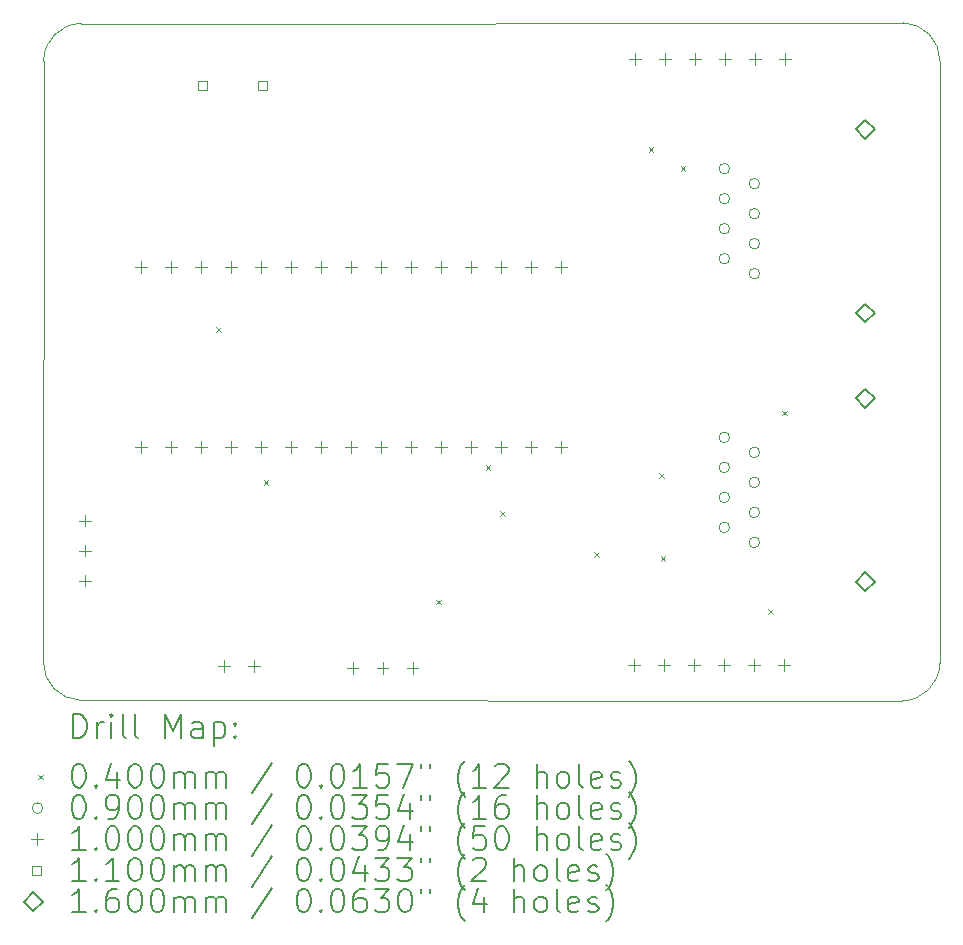
<source format=gbr>
%TF.GenerationSoftware,KiCad,Pcbnew,6.0.7-f9a2dced07~116~ubuntu22.04.1*%
%TF.CreationDate,2022-09-19T14:52:07-04:00*%
%TF.ProjectId,Main_Controller_PCB V0.1,4d61696e-5f43-46f6-9e74-726f6c6c6572,rev?*%
%TF.SameCoordinates,Original*%
%TF.FileFunction,Drillmap*%
%TF.FilePolarity,Positive*%
%FSLAX45Y45*%
G04 Gerber Fmt 4.5, Leading zero omitted, Abs format (unit mm)*
G04 Created by KiCad (PCBNEW 6.0.7-f9a2dced07~116~ubuntu22.04.1) date 2022-09-19 14:52:07*
%MOMM*%
%LPD*%
G01*
G04 APERTURE LIST*
%ADD10C,0.100000*%
%ADD11C,0.200000*%
%ADD12C,0.040000*%
%ADD13C,0.090000*%
%ADD14C,0.110000*%
%ADD15C,0.160000*%
G04 APERTURE END LIST*
D10*
X19775000Y-7265000D02*
X19775000Y-12365000D01*
X19455000Y-12685000D02*
X12495000Y-12680000D01*
X12186274Y-7271274D02*
X12185000Y-12360000D01*
X12184999Y-12360000D02*
G75*
G03*
X12495000Y-12680000I320161J0D01*
G01*
X19455000Y-12685000D02*
G75*
G03*
X19775000Y-12365000I0J320000D01*
G01*
X19465000Y-6945000D02*
X12506274Y-6951274D01*
X19775001Y-7265000D02*
G75*
G03*
X19465000Y-6945000I-320161J0D01*
G01*
X12506274Y-6951274D02*
G75*
G03*
X12186274Y-7271274I-4J-319996D01*
G01*
D11*
D12*
X13650000Y-9520000D02*
X13690000Y-9560000D01*
X13690000Y-9520000D02*
X13650000Y-9560000D01*
X14050000Y-10820000D02*
X14090000Y-10860000D01*
X14090000Y-10820000D02*
X14050000Y-10860000D01*
X15510000Y-11830000D02*
X15550000Y-11870000D01*
X15550000Y-11830000D02*
X15510000Y-11870000D01*
X15930000Y-10687550D02*
X15970000Y-10727550D01*
X15970000Y-10687550D02*
X15930000Y-10727550D01*
X16050000Y-11080000D02*
X16090000Y-11120000D01*
X16090000Y-11080000D02*
X16050000Y-11120000D01*
X16850000Y-11430000D02*
X16890000Y-11470000D01*
X16890000Y-11430000D02*
X16850000Y-11470000D01*
X17310000Y-8000000D02*
X17350000Y-8040000D01*
X17350000Y-8000000D02*
X17310000Y-8040000D01*
X17400000Y-10760000D02*
X17440000Y-10800000D01*
X17440000Y-10760000D02*
X17400000Y-10800000D01*
X17410000Y-11460000D02*
X17450000Y-11500000D01*
X17450000Y-11460000D02*
X17410000Y-11500000D01*
X17580000Y-8160000D02*
X17620000Y-8200000D01*
X17620000Y-8160000D02*
X17580000Y-8200000D01*
X18320000Y-11910000D02*
X18360000Y-11950000D01*
X18360000Y-11910000D02*
X18320000Y-11950000D01*
X18440000Y-10230000D02*
X18480000Y-10270000D01*
X18480000Y-10230000D02*
X18440000Y-10270000D01*
D13*
X17995500Y-8180500D02*
G75*
G03*
X17995500Y-8180500I-45000J0D01*
G01*
X17995500Y-8434500D02*
G75*
G03*
X17995500Y-8434500I-45000J0D01*
G01*
X17995500Y-8688500D02*
G75*
G03*
X17995500Y-8688500I-45000J0D01*
G01*
X17995500Y-8942500D02*
G75*
G03*
X17995500Y-8942500I-45000J0D01*
G01*
X17995500Y-10455500D02*
G75*
G03*
X17995500Y-10455500I-45000J0D01*
G01*
X17995500Y-10709500D02*
G75*
G03*
X17995500Y-10709500I-45000J0D01*
G01*
X17995500Y-10963500D02*
G75*
G03*
X17995500Y-10963500I-45000J0D01*
G01*
X17995500Y-11217500D02*
G75*
G03*
X17995500Y-11217500I-45000J0D01*
G01*
X18249500Y-8307500D02*
G75*
G03*
X18249500Y-8307500I-45000J0D01*
G01*
X18249500Y-8561500D02*
G75*
G03*
X18249500Y-8561500I-45000J0D01*
G01*
X18249500Y-8815500D02*
G75*
G03*
X18249500Y-8815500I-45000J0D01*
G01*
X18249500Y-9069500D02*
G75*
G03*
X18249500Y-9069500I-45000J0D01*
G01*
X18249500Y-10582500D02*
G75*
G03*
X18249500Y-10582500I-45000J0D01*
G01*
X18249500Y-10836500D02*
G75*
G03*
X18249500Y-10836500I-45000J0D01*
G01*
X18249500Y-11090500D02*
G75*
G03*
X18249500Y-11090500I-45000J0D01*
G01*
X18249500Y-11344500D02*
G75*
G03*
X18249500Y-11344500I-45000J0D01*
G01*
D10*
X12535000Y-11109500D02*
X12535000Y-11209500D01*
X12485000Y-11159500D02*
X12585000Y-11159500D01*
X12535000Y-11363500D02*
X12535000Y-11463500D01*
X12485000Y-11413500D02*
X12585000Y-11413500D01*
X12535000Y-11617500D02*
X12535000Y-11717500D01*
X12485000Y-11667500D02*
X12585000Y-11667500D01*
X13009000Y-8964000D02*
X13009000Y-9064000D01*
X12959000Y-9014000D02*
X13059000Y-9014000D01*
X13009000Y-10488000D02*
X13009000Y-10588000D01*
X12959000Y-10538000D02*
X13059000Y-10538000D01*
X13263000Y-8964000D02*
X13263000Y-9064000D01*
X13213000Y-9014000D02*
X13313000Y-9014000D01*
X13263000Y-10488000D02*
X13263000Y-10588000D01*
X13213000Y-10538000D02*
X13313000Y-10538000D01*
X13517000Y-8964000D02*
X13517000Y-9064000D01*
X13467000Y-9014000D02*
X13567000Y-9014000D01*
X13517000Y-10488000D02*
X13517000Y-10588000D01*
X13467000Y-10538000D02*
X13567000Y-10538000D01*
X13711000Y-12340000D02*
X13711000Y-12440000D01*
X13661000Y-12390000D02*
X13761000Y-12390000D01*
X13771000Y-8964000D02*
X13771000Y-9064000D01*
X13721000Y-9014000D02*
X13821000Y-9014000D01*
X13771000Y-10488000D02*
X13771000Y-10588000D01*
X13721000Y-10538000D02*
X13821000Y-10538000D01*
X13965000Y-12340000D02*
X13965000Y-12440000D01*
X13915000Y-12390000D02*
X14015000Y-12390000D01*
X14025000Y-8964000D02*
X14025000Y-9064000D01*
X13975000Y-9014000D02*
X14075000Y-9014000D01*
X14025000Y-10488000D02*
X14025000Y-10588000D01*
X13975000Y-10538000D02*
X14075000Y-10538000D01*
X14279000Y-8964000D02*
X14279000Y-9064000D01*
X14229000Y-9014000D02*
X14329000Y-9014000D01*
X14279000Y-10488000D02*
X14279000Y-10588000D01*
X14229000Y-10538000D02*
X14329000Y-10538000D01*
X14533000Y-8964000D02*
X14533000Y-9064000D01*
X14483000Y-9014000D02*
X14583000Y-9014000D01*
X14533000Y-10488000D02*
X14533000Y-10588000D01*
X14483000Y-10538000D02*
X14583000Y-10538000D01*
X14787000Y-8964000D02*
X14787000Y-9064000D01*
X14737000Y-9014000D02*
X14837000Y-9014000D01*
X14787000Y-10488000D02*
X14787000Y-10588000D01*
X14737000Y-10538000D02*
X14837000Y-10538000D01*
X14802500Y-12355000D02*
X14802500Y-12455000D01*
X14752500Y-12405000D02*
X14852500Y-12405000D01*
X15041000Y-8964000D02*
X15041000Y-9064000D01*
X14991000Y-9014000D02*
X15091000Y-9014000D01*
X15041000Y-10488000D02*
X15041000Y-10588000D01*
X14991000Y-10538000D02*
X15091000Y-10538000D01*
X15056500Y-12355000D02*
X15056500Y-12455000D01*
X15006500Y-12405000D02*
X15106500Y-12405000D01*
X15295000Y-8964000D02*
X15295000Y-9064000D01*
X15245000Y-9014000D02*
X15345000Y-9014000D01*
X15295000Y-10488000D02*
X15295000Y-10588000D01*
X15245000Y-10538000D02*
X15345000Y-10538000D01*
X15310500Y-12355000D02*
X15310500Y-12455000D01*
X15260500Y-12405000D02*
X15360500Y-12405000D01*
X15549000Y-8964000D02*
X15549000Y-9064000D01*
X15499000Y-9014000D02*
X15599000Y-9014000D01*
X15549000Y-10488000D02*
X15549000Y-10588000D01*
X15499000Y-10538000D02*
X15599000Y-10538000D01*
X15803000Y-8964000D02*
X15803000Y-9064000D01*
X15753000Y-9014000D02*
X15853000Y-9014000D01*
X15803000Y-10488000D02*
X15803000Y-10588000D01*
X15753000Y-10538000D02*
X15853000Y-10538000D01*
X16057000Y-8964000D02*
X16057000Y-9064000D01*
X16007000Y-9014000D02*
X16107000Y-9014000D01*
X16057000Y-10488000D02*
X16057000Y-10588000D01*
X16007000Y-10538000D02*
X16107000Y-10538000D01*
X16311000Y-8964000D02*
X16311000Y-9064000D01*
X16261000Y-9014000D02*
X16361000Y-9014000D01*
X16311000Y-10488000D02*
X16311000Y-10588000D01*
X16261000Y-10538000D02*
X16361000Y-10538000D01*
X16565000Y-8964000D02*
X16565000Y-9064000D01*
X16515000Y-9014000D02*
X16615000Y-9014000D01*
X16565000Y-10488000D02*
X16565000Y-10588000D01*
X16515000Y-10538000D02*
X16615000Y-10538000D01*
X17185000Y-12330000D02*
X17185000Y-12430000D01*
X17135000Y-12380000D02*
X17235000Y-12380000D01*
X17195000Y-7205000D02*
X17195000Y-7305000D01*
X17145000Y-7255000D02*
X17245000Y-7255000D01*
X17439000Y-12330000D02*
X17439000Y-12430000D01*
X17389000Y-12380000D02*
X17489000Y-12380000D01*
X17449000Y-7205000D02*
X17449000Y-7305000D01*
X17399000Y-7255000D02*
X17499000Y-7255000D01*
X17693000Y-12330000D02*
X17693000Y-12430000D01*
X17643000Y-12380000D02*
X17743000Y-12380000D01*
X17703000Y-7205000D02*
X17703000Y-7305000D01*
X17653000Y-7255000D02*
X17753000Y-7255000D01*
X17947000Y-12330000D02*
X17947000Y-12430000D01*
X17897000Y-12380000D02*
X17997000Y-12380000D01*
X17957000Y-7205000D02*
X17957000Y-7305000D01*
X17907000Y-7255000D02*
X18007000Y-7255000D01*
X18201000Y-12330000D02*
X18201000Y-12430000D01*
X18151000Y-12380000D02*
X18251000Y-12380000D01*
X18211000Y-7205000D02*
X18211000Y-7305000D01*
X18161000Y-7255000D02*
X18261000Y-7255000D01*
X18455000Y-12330000D02*
X18455000Y-12430000D01*
X18405000Y-12380000D02*
X18505000Y-12380000D01*
X18465000Y-7205000D02*
X18465000Y-7305000D01*
X18415000Y-7255000D02*
X18515000Y-7255000D01*
D14*
X13569891Y-7513891D02*
X13569891Y-7436109D01*
X13492109Y-7436109D01*
X13492109Y-7513891D01*
X13569891Y-7513891D01*
X14077891Y-7513891D02*
X14077891Y-7436109D01*
X14000109Y-7436109D01*
X14000109Y-7513891D01*
X14077891Y-7513891D01*
D15*
X19144500Y-7928000D02*
X19224500Y-7848000D01*
X19144500Y-7768000D01*
X19064500Y-7848000D01*
X19144500Y-7928000D01*
X19144500Y-9482000D02*
X19224500Y-9402000D01*
X19144500Y-9322000D01*
X19064500Y-9402000D01*
X19144500Y-9482000D01*
X19144500Y-10203000D02*
X19224500Y-10123000D01*
X19144500Y-10043000D01*
X19064500Y-10123000D01*
X19144500Y-10203000D01*
X19144500Y-11757000D02*
X19224500Y-11677000D01*
X19144500Y-11597000D01*
X19064500Y-11677000D01*
X19144500Y-11757000D01*
D11*
X12437619Y-13000476D02*
X12437619Y-12800476D01*
X12485238Y-12800476D01*
X12513809Y-12810000D01*
X12532857Y-12829048D01*
X12542381Y-12848095D01*
X12551905Y-12886190D01*
X12551905Y-12914762D01*
X12542381Y-12952857D01*
X12532857Y-12971905D01*
X12513809Y-12990952D01*
X12485238Y-13000476D01*
X12437619Y-13000476D01*
X12637619Y-13000476D02*
X12637619Y-12867143D01*
X12637619Y-12905238D02*
X12647143Y-12886190D01*
X12656667Y-12876667D01*
X12675714Y-12867143D01*
X12694762Y-12867143D01*
X12761428Y-13000476D02*
X12761428Y-12867143D01*
X12761428Y-12800476D02*
X12751905Y-12810000D01*
X12761428Y-12819524D01*
X12770952Y-12810000D01*
X12761428Y-12800476D01*
X12761428Y-12819524D01*
X12885238Y-13000476D02*
X12866190Y-12990952D01*
X12856667Y-12971905D01*
X12856667Y-12800476D01*
X12990000Y-13000476D02*
X12970952Y-12990952D01*
X12961428Y-12971905D01*
X12961428Y-12800476D01*
X13218571Y-13000476D02*
X13218571Y-12800476D01*
X13285238Y-12943333D01*
X13351905Y-12800476D01*
X13351905Y-13000476D01*
X13532857Y-13000476D02*
X13532857Y-12895714D01*
X13523333Y-12876667D01*
X13504286Y-12867143D01*
X13466190Y-12867143D01*
X13447143Y-12876667D01*
X13532857Y-12990952D02*
X13513809Y-13000476D01*
X13466190Y-13000476D01*
X13447143Y-12990952D01*
X13437619Y-12971905D01*
X13437619Y-12952857D01*
X13447143Y-12933809D01*
X13466190Y-12924286D01*
X13513809Y-12924286D01*
X13532857Y-12914762D01*
X13628095Y-12867143D02*
X13628095Y-13067143D01*
X13628095Y-12876667D02*
X13647143Y-12867143D01*
X13685238Y-12867143D01*
X13704286Y-12876667D01*
X13713809Y-12886190D01*
X13723333Y-12905238D01*
X13723333Y-12962381D01*
X13713809Y-12981428D01*
X13704286Y-12990952D01*
X13685238Y-13000476D01*
X13647143Y-13000476D01*
X13628095Y-12990952D01*
X13809048Y-12981428D02*
X13818571Y-12990952D01*
X13809048Y-13000476D01*
X13799524Y-12990952D01*
X13809048Y-12981428D01*
X13809048Y-13000476D01*
X13809048Y-12876667D02*
X13818571Y-12886190D01*
X13809048Y-12895714D01*
X13799524Y-12886190D01*
X13809048Y-12876667D01*
X13809048Y-12895714D01*
D12*
X12140000Y-13310000D02*
X12180000Y-13350000D01*
X12180000Y-13310000D02*
X12140000Y-13350000D01*
D11*
X12475714Y-13220476D02*
X12494762Y-13220476D01*
X12513809Y-13230000D01*
X12523333Y-13239524D01*
X12532857Y-13258571D01*
X12542381Y-13296667D01*
X12542381Y-13344286D01*
X12532857Y-13382381D01*
X12523333Y-13401428D01*
X12513809Y-13410952D01*
X12494762Y-13420476D01*
X12475714Y-13420476D01*
X12456667Y-13410952D01*
X12447143Y-13401428D01*
X12437619Y-13382381D01*
X12428095Y-13344286D01*
X12428095Y-13296667D01*
X12437619Y-13258571D01*
X12447143Y-13239524D01*
X12456667Y-13230000D01*
X12475714Y-13220476D01*
X12628095Y-13401428D02*
X12637619Y-13410952D01*
X12628095Y-13420476D01*
X12618571Y-13410952D01*
X12628095Y-13401428D01*
X12628095Y-13420476D01*
X12809048Y-13287143D02*
X12809048Y-13420476D01*
X12761428Y-13210952D02*
X12713809Y-13353809D01*
X12837619Y-13353809D01*
X12951905Y-13220476D02*
X12970952Y-13220476D01*
X12990000Y-13230000D01*
X12999524Y-13239524D01*
X13009048Y-13258571D01*
X13018571Y-13296667D01*
X13018571Y-13344286D01*
X13009048Y-13382381D01*
X12999524Y-13401428D01*
X12990000Y-13410952D01*
X12970952Y-13420476D01*
X12951905Y-13420476D01*
X12932857Y-13410952D01*
X12923333Y-13401428D01*
X12913809Y-13382381D01*
X12904286Y-13344286D01*
X12904286Y-13296667D01*
X12913809Y-13258571D01*
X12923333Y-13239524D01*
X12932857Y-13230000D01*
X12951905Y-13220476D01*
X13142381Y-13220476D02*
X13161428Y-13220476D01*
X13180476Y-13230000D01*
X13190000Y-13239524D01*
X13199524Y-13258571D01*
X13209048Y-13296667D01*
X13209048Y-13344286D01*
X13199524Y-13382381D01*
X13190000Y-13401428D01*
X13180476Y-13410952D01*
X13161428Y-13420476D01*
X13142381Y-13420476D01*
X13123333Y-13410952D01*
X13113809Y-13401428D01*
X13104286Y-13382381D01*
X13094762Y-13344286D01*
X13094762Y-13296667D01*
X13104286Y-13258571D01*
X13113809Y-13239524D01*
X13123333Y-13230000D01*
X13142381Y-13220476D01*
X13294762Y-13420476D02*
X13294762Y-13287143D01*
X13294762Y-13306190D02*
X13304286Y-13296667D01*
X13323333Y-13287143D01*
X13351905Y-13287143D01*
X13370952Y-13296667D01*
X13380476Y-13315714D01*
X13380476Y-13420476D01*
X13380476Y-13315714D02*
X13390000Y-13296667D01*
X13409048Y-13287143D01*
X13437619Y-13287143D01*
X13456667Y-13296667D01*
X13466190Y-13315714D01*
X13466190Y-13420476D01*
X13561428Y-13420476D02*
X13561428Y-13287143D01*
X13561428Y-13306190D02*
X13570952Y-13296667D01*
X13590000Y-13287143D01*
X13618571Y-13287143D01*
X13637619Y-13296667D01*
X13647143Y-13315714D01*
X13647143Y-13420476D01*
X13647143Y-13315714D02*
X13656667Y-13296667D01*
X13675714Y-13287143D01*
X13704286Y-13287143D01*
X13723333Y-13296667D01*
X13732857Y-13315714D01*
X13732857Y-13420476D01*
X14123333Y-13210952D02*
X13951905Y-13468095D01*
X14380476Y-13220476D02*
X14399524Y-13220476D01*
X14418571Y-13230000D01*
X14428095Y-13239524D01*
X14437619Y-13258571D01*
X14447143Y-13296667D01*
X14447143Y-13344286D01*
X14437619Y-13382381D01*
X14428095Y-13401428D01*
X14418571Y-13410952D01*
X14399524Y-13420476D01*
X14380476Y-13420476D01*
X14361428Y-13410952D01*
X14351905Y-13401428D01*
X14342381Y-13382381D01*
X14332857Y-13344286D01*
X14332857Y-13296667D01*
X14342381Y-13258571D01*
X14351905Y-13239524D01*
X14361428Y-13230000D01*
X14380476Y-13220476D01*
X14532857Y-13401428D02*
X14542381Y-13410952D01*
X14532857Y-13420476D01*
X14523333Y-13410952D01*
X14532857Y-13401428D01*
X14532857Y-13420476D01*
X14666190Y-13220476D02*
X14685238Y-13220476D01*
X14704286Y-13230000D01*
X14713809Y-13239524D01*
X14723333Y-13258571D01*
X14732857Y-13296667D01*
X14732857Y-13344286D01*
X14723333Y-13382381D01*
X14713809Y-13401428D01*
X14704286Y-13410952D01*
X14685238Y-13420476D01*
X14666190Y-13420476D01*
X14647143Y-13410952D01*
X14637619Y-13401428D01*
X14628095Y-13382381D01*
X14618571Y-13344286D01*
X14618571Y-13296667D01*
X14628095Y-13258571D01*
X14637619Y-13239524D01*
X14647143Y-13230000D01*
X14666190Y-13220476D01*
X14923333Y-13420476D02*
X14809048Y-13420476D01*
X14866190Y-13420476D02*
X14866190Y-13220476D01*
X14847143Y-13249048D01*
X14828095Y-13268095D01*
X14809048Y-13277619D01*
X15104286Y-13220476D02*
X15009048Y-13220476D01*
X14999524Y-13315714D01*
X15009048Y-13306190D01*
X15028095Y-13296667D01*
X15075714Y-13296667D01*
X15094762Y-13306190D01*
X15104286Y-13315714D01*
X15113809Y-13334762D01*
X15113809Y-13382381D01*
X15104286Y-13401428D01*
X15094762Y-13410952D01*
X15075714Y-13420476D01*
X15028095Y-13420476D01*
X15009048Y-13410952D01*
X14999524Y-13401428D01*
X15180476Y-13220476D02*
X15313809Y-13220476D01*
X15228095Y-13420476D01*
X15380476Y-13220476D02*
X15380476Y-13258571D01*
X15456667Y-13220476D02*
X15456667Y-13258571D01*
X15751905Y-13496667D02*
X15742381Y-13487143D01*
X15723333Y-13458571D01*
X15713809Y-13439524D01*
X15704286Y-13410952D01*
X15694762Y-13363333D01*
X15694762Y-13325238D01*
X15704286Y-13277619D01*
X15713809Y-13249048D01*
X15723333Y-13230000D01*
X15742381Y-13201428D01*
X15751905Y-13191905D01*
X15932857Y-13420476D02*
X15818571Y-13420476D01*
X15875714Y-13420476D02*
X15875714Y-13220476D01*
X15856667Y-13249048D01*
X15837619Y-13268095D01*
X15818571Y-13277619D01*
X16009048Y-13239524D02*
X16018571Y-13230000D01*
X16037619Y-13220476D01*
X16085238Y-13220476D01*
X16104286Y-13230000D01*
X16113809Y-13239524D01*
X16123333Y-13258571D01*
X16123333Y-13277619D01*
X16113809Y-13306190D01*
X15999524Y-13420476D01*
X16123333Y-13420476D01*
X16361428Y-13420476D02*
X16361428Y-13220476D01*
X16447143Y-13420476D02*
X16447143Y-13315714D01*
X16437619Y-13296667D01*
X16418571Y-13287143D01*
X16390000Y-13287143D01*
X16370952Y-13296667D01*
X16361428Y-13306190D01*
X16570952Y-13420476D02*
X16551905Y-13410952D01*
X16542381Y-13401428D01*
X16532857Y-13382381D01*
X16532857Y-13325238D01*
X16542381Y-13306190D01*
X16551905Y-13296667D01*
X16570952Y-13287143D01*
X16599524Y-13287143D01*
X16618571Y-13296667D01*
X16628095Y-13306190D01*
X16637619Y-13325238D01*
X16637619Y-13382381D01*
X16628095Y-13401428D01*
X16618571Y-13410952D01*
X16599524Y-13420476D01*
X16570952Y-13420476D01*
X16751905Y-13420476D02*
X16732857Y-13410952D01*
X16723333Y-13391905D01*
X16723333Y-13220476D01*
X16904286Y-13410952D02*
X16885238Y-13420476D01*
X16847143Y-13420476D01*
X16828095Y-13410952D01*
X16818571Y-13391905D01*
X16818571Y-13315714D01*
X16828095Y-13296667D01*
X16847143Y-13287143D01*
X16885238Y-13287143D01*
X16904286Y-13296667D01*
X16913810Y-13315714D01*
X16913810Y-13334762D01*
X16818571Y-13353809D01*
X16990000Y-13410952D02*
X17009048Y-13420476D01*
X17047143Y-13420476D01*
X17066190Y-13410952D01*
X17075714Y-13391905D01*
X17075714Y-13382381D01*
X17066190Y-13363333D01*
X17047143Y-13353809D01*
X17018571Y-13353809D01*
X16999524Y-13344286D01*
X16990000Y-13325238D01*
X16990000Y-13315714D01*
X16999524Y-13296667D01*
X17018571Y-13287143D01*
X17047143Y-13287143D01*
X17066190Y-13296667D01*
X17142381Y-13496667D02*
X17151905Y-13487143D01*
X17170952Y-13458571D01*
X17180476Y-13439524D01*
X17190000Y-13410952D01*
X17199524Y-13363333D01*
X17199524Y-13325238D01*
X17190000Y-13277619D01*
X17180476Y-13249048D01*
X17170952Y-13230000D01*
X17151905Y-13201428D01*
X17142381Y-13191905D01*
D13*
X12180000Y-13594000D02*
G75*
G03*
X12180000Y-13594000I-45000J0D01*
G01*
D11*
X12475714Y-13484476D02*
X12494762Y-13484476D01*
X12513809Y-13494000D01*
X12523333Y-13503524D01*
X12532857Y-13522571D01*
X12542381Y-13560667D01*
X12542381Y-13608286D01*
X12532857Y-13646381D01*
X12523333Y-13665428D01*
X12513809Y-13674952D01*
X12494762Y-13684476D01*
X12475714Y-13684476D01*
X12456667Y-13674952D01*
X12447143Y-13665428D01*
X12437619Y-13646381D01*
X12428095Y-13608286D01*
X12428095Y-13560667D01*
X12437619Y-13522571D01*
X12447143Y-13503524D01*
X12456667Y-13494000D01*
X12475714Y-13484476D01*
X12628095Y-13665428D02*
X12637619Y-13674952D01*
X12628095Y-13684476D01*
X12618571Y-13674952D01*
X12628095Y-13665428D01*
X12628095Y-13684476D01*
X12732857Y-13684476D02*
X12770952Y-13684476D01*
X12790000Y-13674952D01*
X12799524Y-13665428D01*
X12818571Y-13636857D01*
X12828095Y-13598762D01*
X12828095Y-13522571D01*
X12818571Y-13503524D01*
X12809048Y-13494000D01*
X12790000Y-13484476D01*
X12751905Y-13484476D01*
X12732857Y-13494000D01*
X12723333Y-13503524D01*
X12713809Y-13522571D01*
X12713809Y-13570190D01*
X12723333Y-13589238D01*
X12732857Y-13598762D01*
X12751905Y-13608286D01*
X12790000Y-13608286D01*
X12809048Y-13598762D01*
X12818571Y-13589238D01*
X12828095Y-13570190D01*
X12951905Y-13484476D02*
X12970952Y-13484476D01*
X12990000Y-13494000D01*
X12999524Y-13503524D01*
X13009048Y-13522571D01*
X13018571Y-13560667D01*
X13018571Y-13608286D01*
X13009048Y-13646381D01*
X12999524Y-13665428D01*
X12990000Y-13674952D01*
X12970952Y-13684476D01*
X12951905Y-13684476D01*
X12932857Y-13674952D01*
X12923333Y-13665428D01*
X12913809Y-13646381D01*
X12904286Y-13608286D01*
X12904286Y-13560667D01*
X12913809Y-13522571D01*
X12923333Y-13503524D01*
X12932857Y-13494000D01*
X12951905Y-13484476D01*
X13142381Y-13484476D02*
X13161428Y-13484476D01*
X13180476Y-13494000D01*
X13190000Y-13503524D01*
X13199524Y-13522571D01*
X13209048Y-13560667D01*
X13209048Y-13608286D01*
X13199524Y-13646381D01*
X13190000Y-13665428D01*
X13180476Y-13674952D01*
X13161428Y-13684476D01*
X13142381Y-13684476D01*
X13123333Y-13674952D01*
X13113809Y-13665428D01*
X13104286Y-13646381D01*
X13094762Y-13608286D01*
X13094762Y-13560667D01*
X13104286Y-13522571D01*
X13113809Y-13503524D01*
X13123333Y-13494000D01*
X13142381Y-13484476D01*
X13294762Y-13684476D02*
X13294762Y-13551143D01*
X13294762Y-13570190D02*
X13304286Y-13560667D01*
X13323333Y-13551143D01*
X13351905Y-13551143D01*
X13370952Y-13560667D01*
X13380476Y-13579714D01*
X13380476Y-13684476D01*
X13380476Y-13579714D02*
X13390000Y-13560667D01*
X13409048Y-13551143D01*
X13437619Y-13551143D01*
X13456667Y-13560667D01*
X13466190Y-13579714D01*
X13466190Y-13684476D01*
X13561428Y-13684476D02*
X13561428Y-13551143D01*
X13561428Y-13570190D02*
X13570952Y-13560667D01*
X13590000Y-13551143D01*
X13618571Y-13551143D01*
X13637619Y-13560667D01*
X13647143Y-13579714D01*
X13647143Y-13684476D01*
X13647143Y-13579714D02*
X13656667Y-13560667D01*
X13675714Y-13551143D01*
X13704286Y-13551143D01*
X13723333Y-13560667D01*
X13732857Y-13579714D01*
X13732857Y-13684476D01*
X14123333Y-13474952D02*
X13951905Y-13732095D01*
X14380476Y-13484476D02*
X14399524Y-13484476D01*
X14418571Y-13494000D01*
X14428095Y-13503524D01*
X14437619Y-13522571D01*
X14447143Y-13560667D01*
X14447143Y-13608286D01*
X14437619Y-13646381D01*
X14428095Y-13665428D01*
X14418571Y-13674952D01*
X14399524Y-13684476D01*
X14380476Y-13684476D01*
X14361428Y-13674952D01*
X14351905Y-13665428D01*
X14342381Y-13646381D01*
X14332857Y-13608286D01*
X14332857Y-13560667D01*
X14342381Y-13522571D01*
X14351905Y-13503524D01*
X14361428Y-13494000D01*
X14380476Y-13484476D01*
X14532857Y-13665428D02*
X14542381Y-13674952D01*
X14532857Y-13684476D01*
X14523333Y-13674952D01*
X14532857Y-13665428D01*
X14532857Y-13684476D01*
X14666190Y-13484476D02*
X14685238Y-13484476D01*
X14704286Y-13494000D01*
X14713809Y-13503524D01*
X14723333Y-13522571D01*
X14732857Y-13560667D01*
X14732857Y-13608286D01*
X14723333Y-13646381D01*
X14713809Y-13665428D01*
X14704286Y-13674952D01*
X14685238Y-13684476D01*
X14666190Y-13684476D01*
X14647143Y-13674952D01*
X14637619Y-13665428D01*
X14628095Y-13646381D01*
X14618571Y-13608286D01*
X14618571Y-13560667D01*
X14628095Y-13522571D01*
X14637619Y-13503524D01*
X14647143Y-13494000D01*
X14666190Y-13484476D01*
X14799524Y-13484476D02*
X14923333Y-13484476D01*
X14856667Y-13560667D01*
X14885238Y-13560667D01*
X14904286Y-13570190D01*
X14913809Y-13579714D01*
X14923333Y-13598762D01*
X14923333Y-13646381D01*
X14913809Y-13665428D01*
X14904286Y-13674952D01*
X14885238Y-13684476D01*
X14828095Y-13684476D01*
X14809048Y-13674952D01*
X14799524Y-13665428D01*
X15104286Y-13484476D02*
X15009048Y-13484476D01*
X14999524Y-13579714D01*
X15009048Y-13570190D01*
X15028095Y-13560667D01*
X15075714Y-13560667D01*
X15094762Y-13570190D01*
X15104286Y-13579714D01*
X15113809Y-13598762D01*
X15113809Y-13646381D01*
X15104286Y-13665428D01*
X15094762Y-13674952D01*
X15075714Y-13684476D01*
X15028095Y-13684476D01*
X15009048Y-13674952D01*
X14999524Y-13665428D01*
X15285238Y-13551143D02*
X15285238Y-13684476D01*
X15237619Y-13474952D02*
X15190000Y-13617809D01*
X15313809Y-13617809D01*
X15380476Y-13484476D02*
X15380476Y-13522571D01*
X15456667Y-13484476D02*
X15456667Y-13522571D01*
X15751905Y-13760667D02*
X15742381Y-13751143D01*
X15723333Y-13722571D01*
X15713809Y-13703524D01*
X15704286Y-13674952D01*
X15694762Y-13627333D01*
X15694762Y-13589238D01*
X15704286Y-13541619D01*
X15713809Y-13513048D01*
X15723333Y-13494000D01*
X15742381Y-13465428D01*
X15751905Y-13455905D01*
X15932857Y-13684476D02*
X15818571Y-13684476D01*
X15875714Y-13684476D02*
X15875714Y-13484476D01*
X15856667Y-13513048D01*
X15837619Y-13532095D01*
X15818571Y-13541619D01*
X16104286Y-13484476D02*
X16066190Y-13484476D01*
X16047143Y-13494000D01*
X16037619Y-13503524D01*
X16018571Y-13532095D01*
X16009048Y-13570190D01*
X16009048Y-13646381D01*
X16018571Y-13665428D01*
X16028095Y-13674952D01*
X16047143Y-13684476D01*
X16085238Y-13684476D01*
X16104286Y-13674952D01*
X16113809Y-13665428D01*
X16123333Y-13646381D01*
X16123333Y-13598762D01*
X16113809Y-13579714D01*
X16104286Y-13570190D01*
X16085238Y-13560667D01*
X16047143Y-13560667D01*
X16028095Y-13570190D01*
X16018571Y-13579714D01*
X16009048Y-13598762D01*
X16361428Y-13684476D02*
X16361428Y-13484476D01*
X16447143Y-13684476D02*
X16447143Y-13579714D01*
X16437619Y-13560667D01*
X16418571Y-13551143D01*
X16390000Y-13551143D01*
X16370952Y-13560667D01*
X16361428Y-13570190D01*
X16570952Y-13684476D02*
X16551905Y-13674952D01*
X16542381Y-13665428D01*
X16532857Y-13646381D01*
X16532857Y-13589238D01*
X16542381Y-13570190D01*
X16551905Y-13560667D01*
X16570952Y-13551143D01*
X16599524Y-13551143D01*
X16618571Y-13560667D01*
X16628095Y-13570190D01*
X16637619Y-13589238D01*
X16637619Y-13646381D01*
X16628095Y-13665428D01*
X16618571Y-13674952D01*
X16599524Y-13684476D01*
X16570952Y-13684476D01*
X16751905Y-13684476D02*
X16732857Y-13674952D01*
X16723333Y-13655905D01*
X16723333Y-13484476D01*
X16904286Y-13674952D02*
X16885238Y-13684476D01*
X16847143Y-13684476D01*
X16828095Y-13674952D01*
X16818571Y-13655905D01*
X16818571Y-13579714D01*
X16828095Y-13560667D01*
X16847143Y-13551143D01*
X16885238Y-13551143D01*
X16904286Y-13560667D01*
X16913810Y-13579714D01*
X16913810Y-13598762D01*
X16818571Y-13617809D01*
X16990000Y-13674952D02*
X17009048Y-13684476D01*
X17047143Y-13684476D01*
X17066190Y-13674952D01*
X17075714Y-13655905D01*
X17075714Y-13646381D01*
X17066190Y-13627333D01*
X17047143Y-13617809D01*
X17018571Y-13617809D01*
X16999524Y-13608286D01*
X16990000Y-13589238D01*
X16990000Y-13579714D01*
X16999524Y-13560667D01*
X17018571Y-13551143D01*
X17047143Y-13551143D01*
X17066190Y-13560667D01*
X17142381Y-13760667D02*
X17151905Y-13751143D01*
X17170952Y-13722571D01*
X17180476Y-13703524D01*
X17190000Y-13674952D01*
X17199524Y-13627333D01*
X17199524Y-13589238D01*
X17190000Y-13541619D01*
X17180476Y-13513048D01*
X17170952Y-13494000D01*
X17151905Y-13465428D01*
X17142381Y-13455905D01*
D10*
X12130000Y-13808000D02*
X12130000Y-13908000D01*
X12080000Y-13858000D02*
X12180000Y-13858000D01*
D11*
X12542381Y-13948476D02*
X12428095Y-13948476D01*
X12485238Y-13948476D02*
X12485238Y-13748476D01*
X12466190Y-13777048D01*
X12447143Y-13796095D01*
X12428095Y-13805619D01*
X12628095Y-13929428D02*
X12637619Y-13938952D01*
X12628095Y-13948476D01*
X12618571Y-13938952D01*
X12628095Y-13929428D01*
X12628095Y-13948476D01*
X12761428Y-13748476D02*
X12780476Y-13748476D01*
X12799524Y-13758000D01*
X12809048Y-13767524D01*
X12818571Y-13786571D01*
X12828095Y-13824667D01*
X12828095Y-13872286D01*
X12818571Y-13910381D01*
X12809048Y-13929428D01*
X12799524Y-13938952D01*
X12780476Y-13948476D01*
X12761428Y-13948476D01*
X12742381Y-13938952D01*
X12732857Y-13929428D01*
X12723333Y-13910381D01*
X12713809Y-13872286D01*
X12713809Y-13824667D01*
X12723333Y-13786571D01*
X12732857Y-13767524D01*
X12742381Y-13758000D01*
X12761428Y-13748476D01*
X12951905Y-13748476D02*
X12970952Y-13748476D01*
X12990000Y-13758000D01*
X12999524Y-13767524D01*
X13009048Y-13786571D01*
X13018571Y-13824667D01*
X13018571Y-13872286D01*
X13009048Y-13910381D01*
X12999524Y-13929428D01*
X12990000Y-13938952D01*
X12970952Y-13948476D01*
X12951905Y-13948476D01*
X12932857Y-13938952D01*
X12923333Y-13929428D01*
X12913809Y-13910381D01*
X12904286Y-13872286D01*
X12904286Y-13824667D01*
X12913809Y-13786571D01*
X12923333Y-13767524D01*
X12932857Y-13758000D01*
X12951905Y-13748476D01*
X13142381Y-13748476D02*
X13161428Y-13748476D01*
X13180476Y-13758000D01*
X13190000Y-13767524D01*
X13199524Y-13786571D01*
X13209048Y-13824667D01*
X13209048Y-13872286D01*
X13199524Y-13910381D01*
X13190000Y-13929428D01*
X13180476Y-13938952D01*
X13161428Y-13948476D01*
X13142381Y-13948476D01*
X13123333Y-13938952D01*
X13113809Y-13929428D01*
X13104286Y-13910381D01*
X13094762Y-13872286D01*
X13094762Y-13824667D01*
X13104286Y-13786571D01*
X13113809Y-13767524D01*
X13123333Y-13758000D01*
X13142381Y-13748476D01*
X13294762Y-13948476D02*
X13294762Y-13815143D01*
X13294762Y-13834190D02*
X13304286Y-13824667D01*
X13323333Y-13815143D01*
X13351905Y-13815143D01*
X13370952Y-13824667D01*
X13380476Y-13843714D01*
X13380476Y-13948476D01*
X13380476Y-13843714D02*
X13390000Y-13824667D01*
X13409048Y-13815143D01*
X13437619Y-13815143D01*
X13456667Y-13824667D01*
X13466190Y-13843714D01*
X13466190Y-13948476D01*
X13561428Y-13948476D02*
X13561428Y-13815143D01*
X13561428Y-13834190D02*
X13570952Y-13824667D01*
X13590000Y-13815143D01*
X13618571Y-13815143D01*
X13637619Y-13824667D01*
X13647143Y-13843714D01*
X13647143Y-13948476D01*
X13647143Y-13843714D02*
X13656667Y-13824667D01*
X13675714Y-13815143D01*
X13704286Y-13815143D01*
X13723333Y-13824667D01*
X13732857Y-13843714D01*
X13732857Y-13948476D01*
X14123333Y-13738952D02*
X13951905Y-13996095D01*
X14380476Y-13748476D02*
X14399524Y-13748476D01*
X14418571Y-13758000D01*
X14428095Y-13767524D01*
X14437619Y-13786571D01*
X14447143Y-13824667D01*
X14447143Y-13872286D01*
X14437619Y-13910381D01*
X14428095Y-13929428D01*
X14418571Y-13938952D01*
X14399524Y-13948476D01*
X14380476Y-13948476D01*
X14361428Y-13938952D01*
X14351905Y-13929428D01*
X14342381Y-13910381D01*
X14332857Y-13872286D01*
X14332857Y-13824667D01*
X14342381Y-13786571D01*
X14351905Y-13767524D01*
X14361428Y-13758000D01*
X14380476Y-13748476D01*
X14532857Y-13929428D02*
X14542381Y-13938952D01*
X14532857Y-13948476D01*
X14523333Y-13938952D01*
X14532857Y-13929428D01*
X14532857Y-13948476D01*
X14666190Y-13748476D02*
X14685238Y-13748476D01*
X14704286Y-13758000D01*
X14713809Y-13767524D01*
X14723333Y-13786571D01*
X14732857Y-13824667D01*
X14732857Y-13872286D01*
X14723333Y-13910381D01*
X14713809Y-13929428D01*
X14704286Y-13938952D01*
X14685238Y-13948476D01*
X14666190Y-13948476D01*
X14647143Y-13938952D01*
X14637619Y-13929428D01*
X14628095Y-13910381D01*
X14618571Y-13872286D01*
X14618571Y-13824667D01*
X14628095Y-13786571D01*
X14637619Y-13767524D01*
X14647143Y-13758000D01*
X14666190Y-13748476D01*
X14799524Y-13748476D02*
X14923333Y-13748476D01*
X14856667Y-13824667D01*
X14885238Y-13824667D01*
X14904286Y-13834190D01*
X14913809Y-13843714D01*
X14923333Y-13862762D01*
X14923333Y-13910381D01*
X14913809Y-13929428D01*
X14904286Y-13938952D01*
X14885238Y-13948476D01*
X14828095Y-13948476D01*
X14809048Y-13938952D01*
X14799524Y-13929428D01*
X15018571Y-13948476D02*
X15056667Y-13948476D01*
X15075714Y-13938952D01*
X15085238Y-13929428D01*
X15104286Y-13900857D01*
X15113809Y-13862762D01*
X15113809Y-13786571D01*
X15104286Y-13767524D01*
X15094762Y-13758000D01*
X15075714Y-13748476D01*
X15037619Y-13748476D01*
X15018571Y-13758000D01*
X15009048Y-13767524D01*
X14999524Y-13786571D01*
X14999524Y-13834190D01*
X15009048Y-13853238D01*
X15018571Y-13862762D01*
X15037619Y-13872286D01*
X15075714Y-13872286D01*
X15094762Y-13862762D01*
X15104286Y-13853238D01*
X15113809Y-13834190D01*
X15285238Y-13815143D02*
X15285238Y-13948476D01*
X15237619Y-13738952D02*
X15190000Y-13881809D01*
X15313809Y-13881809D01*
X15380476Y-13748476D02*
X15380476Y-13786571D01*
X15456667Y-13748476D02*
X15456667Y-13786571D01*
X15751905Y-14024667D02*
X15742381Y-14015143D01*
X15723333Y-13986571D01*
X15713809Y-13967524D01*
X15704286Y-13938952D01*
X15694762Y-13891333D01*
X15694762Y-13853238D01*
X15704286Y-13805619D01*
X15713809Y-13777048D01*
X15723333Y-13758000D01*
X15742381Y-13729428D01*
X15751905Y-13719905D01*
X15923333Y-13748476D02*
X15828095Y-13748476D01*
X15818571Y-13843714D01*
X15828095Y-13834190D01*
X15847143Y-13824667D01*
X15894762Y-13824667D01*
X15913809Y-13834190D01*
X15923333Y-13843714D01*
X15932857Y-13862762D01*
X15932857Y-13910381D01*
X15923333Y-13929428D01*
X15913809Y-13938952D01*
X15894762Y-13948476D01*
X15847143Y-13948476D01*
X15828095Y-13938952D01*
X15818571Y-13929428D01*
X16056667Y-13748476D02*
X16075714Y-13748476D01*
X16094762Y-13758000D01*
X16104286Y-13767524D01*
X16113809Y-13786571D01*
X16123333Y-13824667D01*
X16123333Y-13872286D01*
X16113809Y-13910381D01*
X16104286Y-13929428D01*
X16094762Y-13938952D01*
X16075714Y-13948476D01*
X16056667Y-13948476D01*
X16037619Y-13938952D01*
X16028095Y-13929428D01*
X16018571Y-13910381D01*
X16009048Y-13872286D01*
X16009048Y-13824667D01*
X16018571Y-13786571D01*
X16028095Y-13767524D01*
X16037619Y-13758000D01*
X16056667Y-13748476D01*
X16361428Y-13948476D02*
X16361428Y-13748476D01*
X16447143Y-13948476D02*
X16447143Y-13843714D01*
X16437619Y-13824667D01*
X16418571Y-13815143D01*
X16390000Y-13815143D01*
X16370952Y-13824667D01*
X16361428Y-13834190D01*
X16570952Y-13948476D02*
X16551905Y-13938952D01*
X16542381Y-13929428D01*
X16532857Y-13910381D01*
X16532857Y-13853238D01*
X16542381Y-13834190D01*
X16551905Y-13824667D01*
X16570952Y-13815143D01*
X16599524Y-13815143D01*
X16618571Y-13824667D01*
X16628095Y-13834190D01*
X16637619Y-13853238D01*
X16637619Y-13910381D01*
X16628095Y-13929428D01*
X16618571Y-13938952D01*
X16599524Y-13948476D01*
X16570952Y-13948476D01*
X16751905Y-13948476D02*
X16732857Y-13938952D01*
X16723333Y-13919905D01*
X16723333Y-13748476D01*
X16904286Y-13938952D02*
X16885238Y-13948476D01*
X16847143Y-13948476D01*
X16828095Y-13938952D01*
X16818571Y-13919905D01*
X16818571Y-13843714D01*
X16828095Y-13824667D01*
X16847143Y-13815143D01*
X16885238Y-13815143D01*
X16904286Y-13824667D01*
X16913810Y-13843714D01*
X16913810Y-13862762D01*
X16818571Y-13881809D01*
X16990000Y-13938952D02*
X17009048Y-13948476D01*
X17047143Y-13948476D01*
X17066190Y-13938952D01*
X17075714Y-13919905D01*
X17075714Y-13910381D01*
X17066190Y-13891333D01*
X17047143Y-13881809D01*
X17018571Y-13881809D01*
X16999524Y-13872286D01*
X16990000Y-13853238D01*
X16990000Y-13843714D01*
X16999524Y-13824667D01*
X17018571Y-13815143D01*
X17047143Y-13815143D01*
X17066190Y-13824667D01*
X17142381Y-14024667D02*
X17151905Y-14015143D01*
X17170952Y-13986571D01*
X17180476Y-13967524D01*
X17190000Y-13938952D01*
X17199524Y-13891333D01*
X17199524Y-13853238D01*
X17190000Y-13805619D01*
X17180476Y-13777048D01*
X17170952Y-13758000D01*
X17151905Y-13729428D01*
X17142381Y-13719905D01*
D14*
X12163891Y-14160891D02*
X12163891Y-14083109D01*
X12086109Y-14083109D01*
X12086109Y-14160891D01*
X12163891Y-14160891D01*
D11*
X12542381Y-14212476D02*
X12428095Y-14212476D01*
X12485238Y-14212476D02*
X12485238Y-14012476D01*
X12466190Y-14041048D01*
X12447143Y-14060095D01*
X12428095Y-14069619D01*
X12628095Y-14193428D02*
X12637619Y-14202952D01*
X12628095Y-14212476D01*
X12618571Y-14202952D01*
X12628095Y-14193428D01*
X12628095Y-14212476D01*
X12828095Y-14212476D02*
X12713809Y-14212476D01*
X12770952Y-14212476D02*
X12770952Y-14012476D01*
X12751905Y-14041048D01*
X12732857Y-14060095D01*
X12713809Y-14069619D01*
X12951905Y-14012476D02*
X12970952Y-14012476D01*
X12990000Y-14022000D01*
X12999524Y-14031524D01*
X13009048Y-14050571D01*
X13018571Y-14088667D01*
X13018571Y-14136286D01*
X13009048Y-14174381D01*
X12999524Y-14193428D01*
X12990000Y-14202952D01*
X12970952Y-14212476D01*
X12951905Y-14212476D01*
X12932857Y-14202952D01*
X12923333Y-14193428D01*
X12913809Y-14174381D01*
X12904286Y-14136286D01*
X12904286Y-14088667D01*
X12913809Y-14050571D01*
X12923333Y-14031524D01*
X12932857Y-14022000D01*
X12951905Y-14012476D01*
X13142381Y-14012476D02*
X13161428Y-14012476D01*
X13180476Y-14022000D01*
X13190000Y-14031524D01*
X13199524Y-14050571D01*
X13209048Y-14088667D01*
X13209048Y-14136286D01*
X13199524Y-14174381D01*
X13190000Y-14193428D01*
X13180476Y-14202952D01*
X13161428Y-14212476D01*
X13142381Y-14212476D01*
X13123333Y-14202952D01*
X13113809Y-14193428D01*
X13104286Y-14174381D01*
X13094762Y-14136286D01*
X13094762Y-14088667D01*
X13104286Y-14050571D01*
X13113809Y-14031524D01*
X13123333Y-14022000D01*
X13142381Y-14012476D01*
X13294762Y-14212476D02*
X13294762Y-14079143D01*
X13294762Y-14098190D02*
X13304286Y-14088667D01*
X13323333Y-14079143D01*
X13351905Y-14079143D01*
X13370952Y-14088667D01*
X13380476Y-14107714D01*
X13380476Y-14212476D01*
X13380476Y-14107714D02*
X13390000Y-14088667D01*
X13409048Y-14079143D01*
X13437619Y-14079143D01*
X13456667Y-14088667D01*
X13466190Y-14107714D01*
X13466190Y-14212476D01*
X13561428Y-14212476D02*
X13561428Y-14079143D01*
X13561428Y-14098190D02*
X13570952Y-14088667D01*
X13590000Y-14079143D01*
X13618571Y-14079143D01*
X13637619Y-14088667D01*
X13647143Y-14107714D01*
X13647143Y-14212476D01*
X13647143Y-14107714D02*
X13656667Y-14088667D01*
X13675714Y-14079143D01*
X13704286Y-14079143D01*
X13723333Y-14088667D01*
X13732857Y-14107714D01*
X13732857Y-14212476D01*
X14123333Y-14002952D02*
X13951905Y-14260095D01*
X14380476Y-14012476D02*
X14399524Y-14012476D01*
X14418571Y-14022000D01*
X14428095Y-14031524D01*
X14437619Y-14050571D01*
X14447143Y-14088667D01*
X14447143Y-14136286D01*
X14437619Y-14174381D01*
X14428095Y-14193428D01*
X14418571Y-14202952D01*
X14399524Y-14212476D01*
X14380476Y-14212476D01*
X14361428Y-14202952D01*
X14351905Y-14193428D01*
X14342381Y-14174381D01*
X14332857Y-14136286D01*
X14332857Y-14088667D01*
X14342381Y-14050571D01*
X14351905Y-14031524D01*
X14361428Y-14022000D01*
X14380476Y-14012476D01*
X14532857Y-14193428D02*
X14542381Y-14202952D01*
X14532857Y-14212476D01*
X14523333Y-14202952D01*
X14532857Y-14193428D01*
X14532857Y-14212476D01*
X14666190Y-14012476D02*
X14685238Y-14012476D01*
X14704286Y-14022000D01*
X14713809Y-14031524D01*
X14723333Y-14050571D01*
X14732857Y-14088667D01*
X14732857Y-14136286D01*
X14723333Y-14174381D01*
X14713809Y-14193428D01*
X14704286Y-14202952D01*
X14685238Y-14212476D01*
X14666190Y-14212476D01*
X14647143Y-14202952D01*
X14637619Y-14193428D01*
X14628095Y-14174381D01*
X14618571Y-14136286D01*
X14618571Y-14088667D01*
X14628095Y-14050571D01*
X14637619Y-14031524D01*
X14647143Y-14022000D01*
X14666190Y-14012476D01*
X14904286Y-14079143D02*
X14904286Y-14212476D01*
X14856667Y-14002952D02*
X14809048Y-14145809D01*
X14932857Y-14145809D01*
X14990000Y-14012476D02*
X15113809Y-14012476D01*
X15047143Y-14088667D01*
X15075714Y-14088667D01*
X15094762Y-14098190D01*
X15104286Y-14107714D01*
X15113809Y-14126762D01*
X15113809Y-14174381D01*
X15104286Y-14193428D01*
X15094762Y-14202952D01*
X15075714Y-14212476D01*
X15018571Y-14212476D01*
X14999524Y-14202952D01*
X14990000Y-14193428D01*
X15180476Y-14012476D02*
X15304286Y-14012476D01*
X15237619Y-14088667D01*
X15266190Y-14088667D01*
X15285238Y-14098190D01*
X15294762Y-14107714D01*
X15304286Y-14126762D01*
X15304286Y-14174381D01*
X15294762Y-14193428D01*
X15285238Y-14202952D01*
X15266190Y-14212476D01*
X15209048Y-14212476D01*
X15190000Y-14202952D01*
X15180476Y-14193428D01*
X15380476Y-14012476D02*
X15380476Y-14050571D01*
X15456667Y-14012476D02*
X15456667Y-14050571D01*
X15751905Y-14288667D02*
X15742381Y-14279143D01*
X15723333Y-14250571D01*
X15713809Y-14231524D01*
X15704286Y-14202952D01*
X15694762Y-14155333D01*
X15694762Y-14117238D01*
X15704286Y-14069619D01*
X15713809Y-14041048D01*
X15723333Y-14022000D01*
X15742381Y-13993428D01*
X15751905Y-13983905D01*
X15818571Y-14031524D02*
X15828095Y-14022000D01*
X15847143Y-14012476D01*
X15894762Y-14012476D01*
X15913809Y-14022000D01*
X15923333Y-14031524D01*
X15932857Y-14050571D01*
X15932857Y-14069619D01*
X15923333Y-14098190D01*
X15809048Y-14212476D01*
X15932857Y-14212476D01*
X16170952Y-14212476D02*
X16170952Y-14012476D01*
X16256667Y-14212476D02*
X16256667Y-14107714D01*
X16247143Y-14088667D01*
X16228095Y-14079143D01*
X16199524Y-14079143D01*
X16180476Y-14088667D01*
X16170952Y-14098190D01*
X16380476Y-14212476D02*
X16361428Y-14202952D01*
X16351905Y-14193428D01*
X16342381Y-14174381D01*
X16342381Y-14117238D01*
X16351905Y-14098190D01*
X16361428Y-14088667D01*
X16380476Y-14079143D01*
X16409048Y-14079143D01*
X16428095Y-14088667D01*
X16437619Y-14098190D01*
X16447143Y-14117238D01*
X16447143Y-14174381D01*
X16437619Y-14193428D01*
X16428095Y-14202952D01*
X16409048Y-14212476D01*
X16380476Y-14212476D01*
X16561428Y-14212476D02*
X16542381Y-14202952D01*
X16532857Y-14183905D01*
X16532857Y-14012476D01*
X16713809Y-14202952D02*
X16694762Y-14212476D01*
X16656667Y-14212476D01*
X16637619Y-14202952D01*
X16628095Y-14183905D01*
X16628095Y-14107714D01*
X16637619Y-14088667D01*
X16656667Y-14079143D01*
X16694762Y-14079143D01*
X16713809Y-14088667D01*
X16723333Y-14107714D01*
X16723333Y-14126762D01*
X16628095Y-14145809D01*
X16799524Y-14202952D02*
X16818571Y-14212476D01*
X16856667Y-14212476D01*
X16875714Y-14202952D01*
X16885238Y-14183905D01*
X16885238Y-14174381D01*
X16875714Y-14155333D01*
X16856667Y-14145809D01*
X16828095Y-14145809D01*
X16809048Y-14136286D01*
X16799524Y-14117238D01*
X16799524Y-14107714D01*
X16809048Y-14088667D01*
X16828095Y-14079143D01*
X16856667Y-14079143D01*
X16875714Y-14088667D01*
X16951905Y-14288667D02*
X16961429Y-14279143D01*
X16980476Y-14250571D01*
X16990000Y-14231524D01*
X16999524Y-14202952D01*
X17009048Y-14155333D01*
X17009048Y-14117238D01*
X16999524Y-14069619D01*
X16990000Y-14041048D01*
X16980476Y-14022000D01*
X16961429Y-13993428D01*
X16951905Y-13983905D01*
D15*
X12100000Y-14466000D02*
X12180000Y-14386000D01*
X12100000Y-14306000D01*
X12020000Y-14386000D01*
X12100000Y-14466000D01*
D11*
X12542381Y-14476476D02*
X12428095Y-14476476D01*
X12485238Y-14476476D02*
X12485238Y-14276476D01*
X12466190Y-14305048D01*
X12447143Y-14324095D01*
X12428095Y-14333619D01*
X12628095Y-14457428D02*
X12637619Y-14466952D01*
X12628095Y-14476476D01*
X12618571Y-14466952D01*
X12628095Y-14457428D01*
X12628095Y-14476476D01*
X12809048Y-14276476D02*
X12770952Y-14276476D01*
X12751905Y-14286000D01*
X12742381Y-14295524D01*
X12723333Y-14324095D01*
X12713809Y-14362190D01*
X12713809Y-14438381D01*
X12723333Y-14457428D01*
X12732857Y-14466952D01*
X12751905Y-14476476D01*
X12790000Y-14476476D01*
X12809048Y-14466952D01*
X12818571Y-14457428D01*
X12828095Y-14438381D01*
X12828095Y-14390762D01*
X12818571Y-14371714D01*
X12809048Y-14362190D01*
X12790000Y-14352667D01*
X12751905Y-14352667D01*
X12732857Y-14362190D01*
X12723333Y-14371714D01*
X12713809Y-14390762D01*
X12951905Y-14276476D02*
X12970952Y-14276476D01*
X12990000Y-14286000D01*
X12999524Y-14295524D01*
X13009048Y-14314571D01*
X13018571Y-14352667D01*
X13018571Y-14400286D01*
X13009048Y-14438381D01*
X12999524Y-14457428D01*
X12990000Y-14466952D01*
X12970952Y-14476476D01*
X12951905Y-14476476D01*
X12932857Y-14466952D01*
X12923333Y-14457428D01*
X12913809Y-14438381D01*
X12904286Y-14400286D01*
X12904286Y-14352667D01*
X12913809Y-14314571D01*
X12923333Y-14295524D01*
X12932857Y-14286000D01*
X12951905Y-14276476D01*
X13142381Y-14276476D02*
X13161428Y-14276476D01*
X13180476Y-14286000D01*
X13190000Y-14295524D01*
X13199524Y-14314571D01*
X13209048Y-14352667D01*
X13209048Y-14400286D01*
X13199524Y-14438381D01*
X13190000Y-14457428D01*
X13180476Y-14466952D01*
X13161428Y-14476476D01*
X13142381Y-14476476D01*
X13123333Y-14466952D01*
X13113809Y-14457428D01*
X13104286Y-14438381D01*
X13094762Y-14400286D01*
X13094762Y-14352667D01*
X13104286Y-14314571D01*
X13113809Y-14295524D01*
X13123333Y-14286000D01*
X13142381Y-14276476D01*
X13294762Y-14476476D02*
X13294762Y-14343143D01*
X13294762Y-14362190D02*
X13304286Y-14352667D01*
X13323333Y-14343143D01*
X13351905Y-14343143D01*
X13370952Y-14352667D01*
X13380476Y-14371714D01*
X13380476Y-14476476D01*
X13380476Y-14371714D02*
X13390000Y-14352667D01*
X13409048Y-14343143D01*
X13437619Y-14343143D01*
X13456667Y-14352667D01*
X13466190Y-14371714D01*
X13466190Y-14476476D01*
X13561428Y-14476476D02*
X13561428Y-14343143D01*
X13561428Y-14362190D02*
X13570952Y-14352667D01*
X13590000Y-14343143D01*
X13618571Y-14343143D01*
X13637619Y-14352667D01*
X13647143Y-14371714D01*
X13647143Y-14476476D01*
X13647143Y-14371714D02*
X13656667Y-14352667D01*
X13675714Y-14343143D01*
X13704286Y-14343143D01*
X13723333Y-14352667D01*
X13732857Y-14371714D01*
X13732857Y-14476476D01*
X14123333Y-14266952D02*
X13951905Y-14524095D01*
X14380476Y-14276476D02*
X14399524Y-14276476D01*
X14418571Y-14286000D01*
X14428095Y-14295524D01*
X14437619Y-14314571D01*
X14447143Y-14352667D01*
X14447143Y-14400286D01*
X14437619Y-14438381D01*
X14428095Y-14457428D01*
X14418571Y-14466952D01*
X14399524Y-14476476D01*
X14380476Y-14476476D01*
X14361428Y-14466952D01*
X14351905Y-14457428D01*
X14342381Y-14438381D01*
X14332857Y-14400286D01*
X14332857Y-14352667D01*
X14342381Y-14314571D01*
X14351905Y-14295524D01*
X14361428Y-14286000D01*
X14380476Y-14276476D01*
X14532857Y-14457428D02*
X14542381Y-14466952D01*
X14532857Y-14476476D01*
X14523333Y-14466952D01*
X14532857Y-14457428D01*
X14532857Y-14476476D01*
X14666190Y-14276476D02*
X14685238Y-14276476D01*
X14704286Y-14286000D01*
X14713809Y-14295524D01*
X14723333Y-14314571D01*
X14732857Y-14352667D01*
X14732857Y-14400286D01*
X14723333Y-14438381D01*
X14713809Y-14457428D01*
X14704286Y-14466952D01*
X14685238Y-14476476D01*
X14666190Y-14476476D01*
X14647143Y-14466952D01*
X14637619Y-14457428D01*
X14628095Y-14438381D01*
X14618571Y-14400286D01*
X14618571Y-14352667D01*
X14628095Y-14314571D01*
X14637619Y-14295524D01*
X14647143Y-14286000D01*
X14666190Y-14276476D01*
X14904286Y-14276476D02*
X14866190Y-14276476D01*
X14847143Y-14286000D01*
X14837619Y-14295524D01*
X14818571Y-14324095D01*
X14809048Y-14362190D01*
X14809048Y-14438381D01*
X14818571Y-14457428D01*
X14828095Y-14466952D01*
X14847143Y-14476476D01*
X14885238Y-14476476D01*
X14904286Y-14466952D01*
X14913809Y-14457428D01*
X14923333Y-14438381D01*
X14923333Y-14390762D01*
X14913809Y-14371714D01*
X14904286Y-14362190D01*
X14885238Y-14352667D01*
X14847143Y-14352667D01*
X14828095Y-14362190D01*
X14818571Y-14371714D01*
X14809048Y-14390762D01*
X14990000Y-14276476D02*
X15113809Y-14276476D01*
X15047143Y-14352667D01*
X15075714Y-14352667D01*
X15094762Y-14362190D01*
X15104286Y-14371714D01*
X15113809Y-14390762D01*
X15113809Y-14438381D01*
X15104286Y-14457428D01*
X15094762Y-14466952D01*
X15075714Y-14476476D01*
X15018571Y-14476476D01*
X14999524Y-14466952D01*
X14990000Y-14457428D01*
X15237619Y-14276476D02*
X15256667Y-14276476D01*
X15275714Y-14286000D01*
X15285238Y-14295524D01*
X15294762Y-14314571D01*
X15304286Y-14352667D01*
X15304286Y-14400286D01*
X15294762Y-14438381D01*
X15285238Y-14457428D01*
X15275714Y-14466952D01*
X15256667Y-14476476D01*
X15237619Y-14476476D01*
X15218571Y-14466952D01*
X15209048Y-14457428D01*
X15199524Y-14438381D01*
X15190000Y-14400286D01*
X15190000Y-14352667D01*
X15199524Y-14314571D01*
X15209048Y-14295524D01*
X15218571Y-14286000D01*
X15237619Y-14276476D01*
X15380476Y-14276476D02*
X15380476Y-14314571D01*
X15456667Y-14276476D02*
X15456667Y-14314571D01*
X15751905Y-14552667D02*
X15742381Y-14543143D01*
X15723333Y-14514571D01*
X15713809Y-14495524D01*
X15704286Y-14466952D01*
X15694762Y-14419333D01*
X15694762Y-14381238D01*
X15704286Y-14333619D01*
X15713809Y-14305048D01*
X15723333Y-14286000D01*
X15742381Y-14257428D01*
X15751905Y-14247905D01*
X15913809Y-14343143D02*
X15913809Y-14476476D01*
X15866190Y-14266952D02*
X15818571Y-14409809D01*
X15942381Y-14409809D01*
X16170952Y-14476476D02*
X16170952Y-14276476D01*
X16256667Y-14476476D02*
X16256667Y-14371714D01*
X16247143Y-14352667D01*
X16228095Y-14343143D01*
X16199524Y-14343143D01*
X16180476Y-14352667D01*
X16170952Y-14362190D01*
X16380476Y-14476476D02*
X16361428Y-14466952D01*
X16351905Y-14457428D01*
X16342381Y-14438381D01*
X16342381Y-14381238D01*
X16351905Y-14362190D01*
X16361428Y-14352667D01*
X16380476Y-14343143D01*
X16409048Y-14343143D01*
X16428095Y-14352667D01*
X16437619Y-14362190D01*
X16447143Y-14381238D01*
X16447143Y-14438381D01*
X16437619Y-14457428D01*
X16428095Y-14466952D01*
X16409048Y-14476476D01*
X16380476Y-14476476D01*
X16561428Y-14476476D02*
X16542381Y-14466952D01*
X16532857Y-14447905D01*
X16532857Y-14276476D01*
X16713809Y-14466952D02*
X16694762Y-14476476D01*
X16656667Y-14476476D01*
X16637619Y-14466952D01*
X16628095Y-14447905D01*
X16628095Y-14371714D01*
X16637619Y-14352667D01*
X16656667Y-14343143D01*
X16694762Y-14343143D01*
X16713809Y-14352667D01*
X16723333Y-14371714D01*
X16723333Y-14390762D01*
X16628095Y-14409809D01*
X16799524Y-14466952D02*
X16818571Y-14476476D01*
X16856667Y-14476476D01*
X16875714Y-14466952D01*
X16885238Y-14447905D01*
X16885238Y-14438381D01*
X16875714Y-14419333D01*
X16856667Y-14409809D01*
X16828095Y-14409809D01*
X16809048Y-14400286D01*
X16799524Y-14381238D01*
X16799524Y-14371714D01*
X16809048Y-14352667D01*
X16828095Y-14343143D01*
X16856667Y-14343143D01*
X16875714Y-14352667D01*
X16951905Y-14552667D02*
X16961429Y-14543143D01*
X16980476Y-14514571D01*
X16990000Y-14495524D01*
X16999524Y-14466952D01*
X17009048Y-14419333D01*
X17009048Y-14381238D01*
X16999524Y-14333619D01*
X16990000Y-14305048D01*
X16980476Y-14286000D01*
X16961429Y-14257428D01*
X16951905Y-14247905D01*
M02*

</source>
